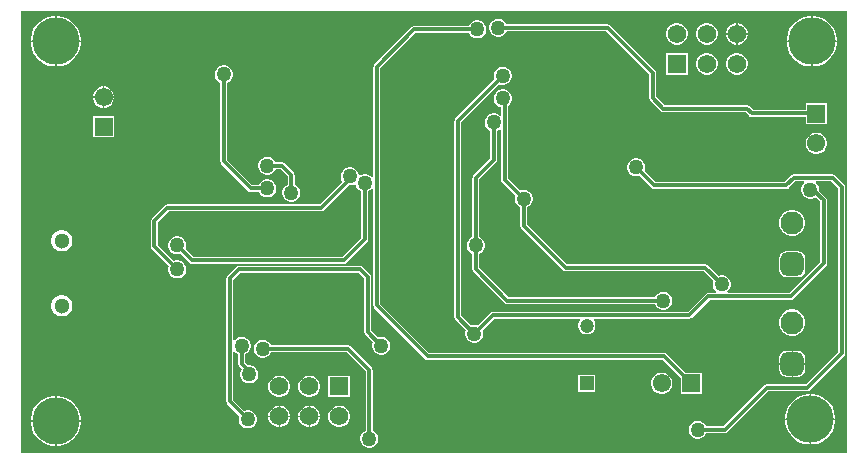
<source format=gbl>
G04*
G04 #@! TF.GenerationSoftware,Altium Limited,Altium Designer,23.10.1 (27)*
G04*
G04 Layer_Physical_Order=2*
G04 Layer_Color=16711680*
%FSLAX44Y44*%
%MOMM*%
G71*
G04*
G04 #@! TF.SameCoordinates,F5A69C73-B6B7-4C8D-B8A1-BB125D59BB46*
G04*
G04*
G04 #@! TF.FilePolarity,Positive*
G04*
G01*
G75*
%ADD32C,1.5700*%
%ADD33R,1.5700X1.5700*%
%ADD37R,1.5500X1.5500*%
%ADD38C,1.5500*%
%ADD39R,1.5500X1.5500*%
%ADD45C,0.3200*%
%ADD46C,1.3000*%
%ADD47C,1.9500*%
G04:AMPARAMS|DCode=48|XSize=1.95mm|YSize=1.95mm|CornerRadius=0.4875mm|HoleSize=0mm|Usage=FLASHONLY|Rotation=90.000|XOffset=0mm|YOffset=0mm|HoleType=Round|Shape=RoundedRectangle|*
%AMROUNDEDRECTD48*
21,1,1.9500,0.9750,0,0,90.0*
21,1,0.9750,1.9500,0,0,90.0*
1,1,0.9750,0.4875,0.4875*
1,1,0.9750,0.4875,-0.4875*
1,1,0.9750,-0.4875,-0.4875*
1,1,0.9750,-0.4875,0.4875*
%
%ADD48ROUNDEDRECTD48*%
%ADD49C,1.2000*%
%ADD50R,1.2000X1.2000*%
%ADD51C,4.0000*%
%ADD52C,0.5500*%
%ADD53C,1.2700*%
G36*
X955541Y256039D02*
X256039D01*
Y630421D01*
X955541D01*
Y256039D01*
D02*
G37*
%LPC*%
G36*
X863531Y619990D02*
X862965D01*
Y611505D01*
X871450D01*
Y612071D01*
X870828Y614390D01*
X869628Y616470D01*
X867930Y618168D01*
X865850Y619369D01*
X863531Y619990D01*
D02*
G37*
G36*
X861695D02*
X861129D01*
X858810Y619369D01*
X856730Y618168D01*
X855032Y616470D01*
X853831Y614390D01*
X853210Y612071D01*
Y611505D01*
X861695D01*
Y619990D01*
D02*
G37*
G36*
X643623Y622300D02*
X641617D01*
X639679Y621781D01*
X637941Y620778D01*
X636522Y619359D01*
X635519Y617621D01*
X635515Y617606D01*
X589280D01*
X588160Y617383D01*
X587211Y616749D01*
X555461Y584999D01*
X554827Y584050D01*
X554604Y582930D01*
Y489883D01*
X554156Y489608D01*
X553334Y489425D01*
X552115Y490644D01*
X550377Y491647D01*
X548439Y492166D01*
X546433D01*
X544495Y491647D01*
X543560Y491107D01*
X543289Y491132D01*
X542147Y491758D01*
X541771Y493161D01*
X540768Y494899D01*
X539349Y496317D01*
X537611Y497321D01*
X535673Y497840D01*
X533667D01*
X531729Y497321D01*
X529991Y496317D01*
X528573Y494899D01*
X527569Y493161D01*
X527050Y491223D01*
Y489217D01*
X527569Y487279D01*
X528507Y485655D01*
X509328Y466476D01*
X380277D01*
X379157Y466254D01*
X378208Y465619D01*
X367081Y454492D01*
X366446Y453543D01*
X366224Y452423D01*
Y430950D01*
X366446Y429830D01*
X367081Y428881D01*
X381527Y414435D01*
X381519Y414421D01*
X381000Y412483D01*
Y410477D01*
X381519Y408539D01*
X382523Y406801D01*
X383941Y405382D01*
X385679Y404379D01*
X387617Y403860D01*
X389623D01*
X391561Y404379D01*
X393299Y405382D01*
X394717Y406801D01*
X395721Y408539D01*
X396240Y410477D01*
Y412483D01*
X395721Y414421D01*
X394717Y416159D01*
X393299Y417578D01*
X391561Y418581D01*
X389623Y419100D01*
X387617D01*
X385679Y418581D01*
X385665Y418573D01*
X372076Y432162D01*
Y451211D01*
X381489Y460624D01*
X510540D01*
X511660Y460846D01*
X512609Y461481D01*
X533728Y482600D01*
X535673D01*
X537611Y483119D01*
X538546Y483659D01*
X538817Y483634D01*
X539959Y483008D01*
X540335Y481605D01*
X541338Y479867D01*
X542757Y478449D01*
X544495Y477445D01*
X544510Y477441D01*
Y438158D01*
X528378Y422026D01*
X402532D01*
X395713Y428845D01*
X395721Y428859D01*
X396240Y430797D01*
Y432803D01*
X395721Y434741D01*
X394717Y436479D01*
X393299Y437897D01*
X391561Y438901D01*
X389623Y439420D01*
X387617D01*
X385679Y438901D01*
X383941Y437897D01*
X382523Y436479D01*
X381519Y434741D01*
X381000Y432803D01*
Y430797D01*
X381519Y428859D01*
X382523Y427121D01*
X383941Y425703D01*
X385679Y424699D01*
X387617Y424180D01*
X389623D01*
X391561Y424699D01*
X391575Y424707D01*
X399251Y417031D01*
X400200Y416396D01*
X401320Y416174D01*
X529590D01*
X530710Y416396D01*
X531659Y417031D01*
X549505Y434877D01*
X550139Y435826D01*
X550362Y436946D01*
Y477441D01*
X550377Y477445D01*
X552115Y478449D01*
X553334Y479668D01*
X554156Y479485D01*
X554604Y479210D01*
Y381000D01*
X554827Y379880D01*
X555461Y378931D01*
X598641Y335751D01*
X599590Y335117D01*
X600710Y334894D01*
X799758D01*
X814810Y319842D01*
Y305940D01*
X832850D01*
Y323980D01*
X818948D01*
X803039Y339889D01*
X802090Y340523D01*
X800970Y340746D01*
X601922D01*
X560456Y382212D01*
Y581718D01*
X590492Y611754D01*
X635515D01*
X635519Y611739D01*
X636522Y610001D01*
X637941Y608582D01*
X639679Y607579D01*
X641617Y607060D01*
X643623D01*
X645561Y607579D01*
X647299Y608582D01*
X648717Y610001D01*
X649721Y611739D01*
X650240Y613677D01*
Y615683D01*
X649721Y617621D01*
X648717Y619359D01*
X647299Y620778D01*
X645561Y621781D01*
X643623Y622300D01*
D02*
G37*
G36*
X927925Y625790D02*
X926465D01*
Y605155D01*
X947100D01*
Y606615D01*
X946283Y610724D01*
X944679Y614595D01*
X942352Y618079D01*
X939389Y621041D01*
X935905Y623369D01*
X932034Y624973D01*
X927925Y625790D01*
D02*
G37*
G36*
X925195D02*
X923735D01*
X919626Y624973D01*
X915755Y623369D01*
X912271Y621041D01*
X909308Y618079D01*
X906981Y614595D01*
X905377Y610724D01*
X904560Y606615D01*
Y605155D01*
X925195D01*
Y625790D01*
D02*
G37*
G36*
X287845D02*
X286385D01*
Y605155D01*
X307020D01*
Y606615D01*
X306203Y610724D01*
X304599Y614595D01*
X302271Y618079D01*
X299309Y621041D01*
X295825Y623369D01*
X291954Y624973D01*
X287845Y625790D01*
D02*
G37*
G36*
X285115D02*
X283655D01*
X279546Y624973D01*
X275675Y623369D01*
X272191Y621041D01*
X269228Y618079D01*
X266901Y614595D01*
X265297Y610724D01*
X264480Y606615D01*
Y605155D01*
X285115D01*
Y625790D01*
D02*
G37*
G36*
X871450Y610235D02*
X862965D01*
Y601750D01*
X863531D01*
X865850Y602371D01*
X867930Y603572D01*
X869628Y605270D01*
X870828Y607350D01*
X871450Y609669D01*
Y610235D01*
D02*
G37*
G36*
X861695D02*
X853210D01*
Y609669D01*
X853831Y607350D01*
X855032Y605270D01*
X856730Y603572D01*
X858810Y602371D01*
X861129Y601750D01*
X861695D01*
Y610235D01*
D02*
G37*
G36*
X838131Y619990D02*
X835729D01*
X833410Y619369D01*
X831330Y618168D01*
X829632Y616470D01*
X828431Y614390D01*
X827810Y612071D01*
Y609669D01*
X828431Y607350D01*
X829632Y605270D01*
X831330Y603572D01*
X833410Y602371D01*
X835729Y601750D01*
X838131D01*
X840450Y602371D01*
X842530Y603572D01*
X844228Y605270D01*
X845428Y607350D01*
X846050Y609669D01*
Y612071D01*
X845428Y614390D01*
X844228Y616470D01*
X842530Y618168D01*
X840450Y619369D01*
X838131Y619990D01*
D02*
G37*
G36*
X812731D02*
X810329D01*
X808010Y619369D01*
X805930Y618168D01*
X804232Y616470D01*
X803031Y614390D01*
X802410Y612071D01*
Y609669D01*
X803031Y607350D01*
X804232Y605270D01*
X805930Y603572D01*
X808010Y602371D01*
X810329Y601750D01*
X812731D01*
X815050Y602371D01*
X817130Y603572D01*
X818828Y605270D01*
X820029Y607350D01*
X820650Y609669D01*
Y612071D01*
X820029Y614390D01*
X818828Y616470D01*
X817130Y618168D01*
X815050Y619369D01*
X812731Y619990D01*
D02*
G37*
G36*
X947100Y603885D02*
X926465D01*
Y583250D01*
X927925D01*
X932034Y584067D01*
X935905Y585671D01*
X939389Y587999D01*
X942352Y590961D01*
X944679Y594445D01*
X946283Y598316D01*
X947100Y602425D01*
Y603885D01*
D02*
G37*
G36*
X925195D02*
X904560D01*
Y602425D01*
X905377Y598316D01*
X906981Y594445D01*
X909308Y590961D01*
X912271Y587999D01*
X915755Y585671D01*
X919626Y584067D01*
X923735Y583250D01*
X925195D01*
Y603885D01*
D02*
G37*
G36*
X307020D02*
X286385D01*
Y583250D01*
X287845D01*
X291954Y584067D01*
X295825Y585671D01*
X299309Y587999D01*
X302271Y590961D01*
X304599Y594445D01*
X306203Y598316D01*
X307020Y602425D01*
Y603885D01*
D02*
G37*
G36*
X285115D02*
X264480D01*
Y602425D01*
X265297Y598316D01*
X266901Y594445D01*
X269228Y590961D01*
X272191Y587999D01*
X275675Y585671D01*
X279546Y584067D01*
X283655Y583250D01*
X285115D01*
Y603885D01*
D02*
G37*
G36*
X863531Y594590D02*
X861129D01*
X858810Y593969D01*
X856730Y592768D01*
X855032Y591070D01*
X853831Y588990D01*
X853210Y586671D01*
Y584269D01*
X853831Y581950D01*
X855032Y579870D01*
X856730Y578172D01*
X858810Y576972D01*
X861129Y576350D01*
X863531D01*
X865850Y576972D01*
X867930Y578172D01*
X869628Y579870D01*
X870828Y581950D01*
X871450Y584269D01*
Y586671D01*
X870828Y588990D01*
X869628Y591070D01*
X867930Y592768D01*
X865850Y593969D01*
X863531Y594590D01*
D02*
G37*
G36*
X838131D02*
X835729D01*
X833410Y593969D01*
X831330Y592768D01*
X829632Y591070D01*
X828431Y588990D01*
X827810Y586671D01*
Y584269D01*
X828431Y581950D01*
X829632Y579870D01*
X831330Y578172D01*
X833410Y576972D01*
X835729Y576350D01*
X838131D01*
X840450Y576972D01*
X842530Y578172D01*
X844228Y579870D01*
X845428Y581950D01*
X846050Y584269D01*
Y586671D01*
X845428Y588990D01*
X844228Y591070D01*
X842530Y592768D01*
X840450Y593969D01*
X838131Y594590D01*
D02*
G37*
G36*
X820650D02*
X802410D01*
Y576350D01*
X820650D01*
Y594590D01*
D02*
G37*
G36*
X665213Y582930D02*
X663207D01*
X661269Y582411D01*
X659531Y581408D01*
X658112Y579989D01*
X657109Y578251D01*
X656590Y576313D01*
Y574307D01*
X657109Y572369D01*
X657117Y572355D01*
X624041Y539279D01*
X623406Y538330D01*
X623184Y537210D01*
Y370840D01*
X623406Y369720D01*
X624041Y368771D01*
X632987Y359825D01*
X632979Y359811D01*
X632460Y357873D01*
Y355867D01*
X632979Y353929D01*
X633983Y352191D01*
X635401Y350773D01*
X637139Y349769D01*
X639077Y349250D01*
X641083D01*
X643021Y349769D01*
X644759Y350773D01*
X646178Y352191D01*
X647181Y353929D01*
X647700Y355867D01*
Y357873D01*
X647181Y359811D01*
X647173Y359825D01*
X657052Y369704D01*
X729196D01*
X729723Y368434D01*
X729513Y368224D01*
X728555Y366566D01*
X728060Y364717D01*
Y362803D01*
X728555Y360954D01*
X729513Y359296D01*
X730866Y357943D01*
X732524Y356985D01*
X734373Y356490D01*
X736287D01*
X738136Y356985D01*
X739794Y357943D01*
X741147Y359296D01*
X742105Y360954D01*
X742600Y362803D01*
Y364717D01*
X742105Y366566D01*
X741147Y368224D01*
X740938Y368434D01*
X741464Y369704D01*
X822210D01*
X823330Y369926D01*
X824279Y370561D01*
X839412Y385694D01*
X908050D01*
X909170Y385917D01*
X910119Y386551D01*
X938059Y414491D01*
X938693Y415440D01*
X938916Y416560D01*
Y469931D01*
X938693Y471050D01*
X938059Y472000D01*
X932180Y477879D01*
Y479793D01*
X931661Y481731D01*
X930658Y483469D01*
X929373Y484754D01*
X929457Y485321D01*
X929811Y486024D01*
X942398D01*
X948304Y480118D01*
Y341572D01*
X920808Y314076D01*
X887730D01*
X886610Y313853D01*
X885661Y313219D01*
X850958Y278516D01*
X836415D01*
X836411Y278531D01*
X835407Y280269D01*
X833989Y281688D01*
X832251Y282691D01*
X830313Y283210D01*
X828307D01*
X826369Y282691D01*
X824631Y281688D01*
X823213Y280269D01*
X822209Y278531D01*
X821690Y276593D01*
Y274587D01*
X822209Y272649D01*
X823213Y270911D01*
X824631Y269492D01*
X826369Y268489D01*
X828307Y267970D01*
X830313D01*
X832251Y268489D01*
X833989Y269492D01*
X835407Y270911D01*
X836411Y272649D01*
X836415Y272664D01*
X852170D01*
X853290Y272887D01*
X854239Y273521D01*
X888942Y308224D01*
X922020D01*
X923140Y308447D01*
X924089Y309081D01*
X953299Y338291D01*
X953933Y339240D01*
X954156Y340360D01*
Y481330D01*
X953933Y482450D01*
X953299Y483399D01*
X945679Y491019D01*
X944730Y491654D01*
X943610Y491876D01*
X910590D01*
X909470Y491654D01*
X908521Y491019D01*
X903028Y485526D01*
X793692D01*
X784333Y494885D01*
X784341Y494899D01*
X784860Y496837D01*
Y498843D01*
X784341Y500781D01*
X783337Y502519D01*
X781919Y503937D01*
X780181Y504941D01*
X778243Y505460D01*
X776237D01*
X774299Y504941D01*
X772561Y503937D01*
X771143Y502519D01*
X770139Y500781D01*
X769620Y498843D01*
Y496837D01*
X770139Y494899D01*
X771143Y493161D01*
X772561Y491743D01*
X774299Y490739D01*
X776237Y490220D01*
X778243D01*
X780181Y490739D01*
X780195Y490747D01*
X790411Y480531D01*
X791360Y479897D01*
X792480Y479674D01*
X904240D01*
X905360Y479897D01*
X906309Y480531D01*
X911802Y486024D01*
X919309D01*
X919663Y485321D01*
X919747Y484754D01*
X918463Y483469D01*
X917459Y481731D01*
X916940Y479793D01*
Y477787D01*
X917459Y475849D01*
X918463Y474111D01*
X919881Y472692D01*
X921619Y471689D01*
X923557Y471170D01*
X925563D01*
X927501Y471689D01*
X929144Y472638D01*
X933064Y468719D01*
Y417772D01*
X906838Y391546D01*
X854881D01*
X854527Y392249D01*
X854443Y392816D01*
X855727Y394101D01*
X856731Y395839D01*
X857250Y397777D01*
Y399783D01*
X856731Y401721D01*
X855727Y403459D01*
X854309Y404878D01*
X852571Y405881D01*
X850633Y406400D01*
X848627D01*
X846689Y405881D01*
X846675Y405873D01*
X837729Y414819D01*
X836780Y415453D01*
X835660Y415676D01*
X718762D01*
X684916Y449522D01*
Y464065D01*
X684931Y464069D01*
X686669Y465073D01*
X688087Y466491D01*
X689091Y468229D01*
X689610Y470167D01*
Y472173D01*
X689091Y474111D01*
X688087Y475849D01*
X686669Y477267D01*
X684931Y478271D01*
X682993Y478790D01*
X680987D01*
X679049Y478271D01*
X679035Y478263D01*
X668736Y488562D01*
Y550074D01*
X668889Y550163D01*
X670307Y551581D01*
X671311Y553319D01*
X671830Y555257D01*
Y557263D01*
X671311Y559201D01*
X670307Y560939D01*
X668889Y562357D01*
X667151Y563361D01*
X665213Y563880D01*
X663207D01*
X661269Y563361D01*
X659531Y562357D01*
X658112Y560939D01*
X657109Y559201D01*
X656590Y557263D01*
Y555257D01*
X657109Y553319D01*
X658112Y551581D01*
X659531Y550163D01*
X661269Y549159D01*
X662884Y548727D01*
Y542219D01*
X661614Y541693D01*
X661269Y542038D01*
X659531Y543041D01*
X657593Y543560D01*
X655587D01*
X653649Y543041D01*
X651911Y542038D01*
X650492Y540619D01*
X649489Y538881D01*
X648970Y536943D01*
Y534937D01*
X649489Y532999D01*
X650492Y531261D01*
X651911Y529842D01*
X653649Y528839D01*
X653664Y528835D01*
Y505402D01*
X639281Y491019D01*
X638647Y490070D01*
X638424Y488950D01*
Y438905D01*
X638409Y438901D01*
X636671Y437897D01*
X635252Y436479D01*
X634249Y434741D01*
X633730Y432803D01*
Y430797D01*
X634249Y428859D01*
X635252Y427121D01*
X636671Y425703D01*
X638409Y424699D01*
X638424Y424695D01*
Y411480D01*
X638647Y410360D01*
X639281Y409411D01*
X665951Y382741D01*
X666900Y382107D01*
X668020Y381884D01*
X792995D01*
X792999Y381869D01*
X794003Y380131D01*
X795421Y378713D01*
X797159Y377709D01*
X799097Y377190D01*
X801103D01*
X803041Y377709D01*
X804779Y378713D01*
X806198Y380131D01*
X807201Y381869D01*
X807720Y383807D01*
Y385813D01*
X807201Y387751D01*
X806198Y389489D01*
X804779Y390908D01*
X803041Y391911D01*
X801103Y392430D01*
X799097D01*
X797159Y391911D01*
X795421Y390908D01*
X794003Y389489D01*
X792999Y387751D01*
X792995Y387736D01*
X669232D01*
X644276Y412692D01*
Y424695D01*
X644291Y424699D01*
X646029Y425703D01*
X647448Y427121D01*
X648451Y428859D01*
X648970Y430797D01*
Y432803D01*
X648451Y434741D01*
X647448Y436479D01*
X646029Y437897D01*
X644291Y438901D01*
X644276Y438905D01*
Y487738D01*
X658659Y502121D01*
X659294Y503070D01*
X659516Y504190D01*
Y528835D01*
X659531Y528839D01*
X661269Y529842D01*
X661614Y530187D01*
X662884Y529661D01*
Y487350D01*
X663107Y486230D01*
X663741Y485281D01*
X674897Y474125D01*
X674889Y474111D01*
X674370Y472173D01*
Y470167D01*
X674889Y468229D01*
X675892Y466491D01*
X677311Y465073D01*
X679049Y464069D01*
X679064Y464065D01*
Y448310D01*
X679286Y447190D01*
X679921Y446241D01*
X715481Y410681D01*
X716430Y410047D01*
X717550Y409824D01*
X834448D01*
X842537Y401735D01*
X842529Y401721D01*
X842010Y399783D01*
Y397777D01*
X842529Y395839D01*
X843532Y394101D01*
X844817Y392816D01*
X844733Y392249D01*
X844379Y391546D01*
X838200D01*
X837080Y391324D01*
X836131Y390689D01*
X820998Y375556D01*
X655840D01*
X654720Y375334D01*
X653771Y374699D01*
X643035Y363963D01*
X643021Y363971D01*
X641083Y364490D01*
X639077D01*
X637139Y363971D01*
X637125Y363963D01*
X629036Y372052D01*
Y535998D01*
X661255Y568217D01*
X661269Y568209D01*
X663207Y567690D01*
X665213D01*
X667151Y568209D01*
X668889Y569212D01*
X670307Y570631D01*
X671311Y572369D01*
X671830Y574307D01*
Y576313D01*
X671311Y578251D01*
X670307Y579989D01*
X668889Y581408D01*
X667151Y582411D01*
X665213Y582930D01*
D02*
G37*
G36*
X327407Y566350D02*
X326855D01*
Y557965D01*
X335240D01*
Y558517D01*
X334625Y560812D01*
X333438Y562868D01*
X331758Y564548D01*
X329702Y565735D01*
X327407Y566350D01*
D02*
G37*
G36*
X325585D02*
X325033D01*
X322738Y565735D01*
X320682Y564548D01*
X319002Y562868D01*
X317815Y560812D01*
X317200Y558517D01*
Y557965D01*
X325585D01*
Y566350D01*
D02*
G37*
G36*
X335240Y556695D02*
X326855D01*
Y548310D01*
X327407D01*
X329702Y548925D01*
X331758Y550112D01*
X333438Y551792D01*
X334625Y553848D01*
X335240Y556143D01*
Y556695D01*
D02*
G37*
G36*
X325585D02*
X317200D01*
Y556143D01*
X317815Y553848D01*
X319002Y551792D01*
X320682Y550112D01*
X322738Y548925D01*
X325033Y548310D01*
X325585D01*
Y556695D01*
D02*
G37*
G36*
X661403Y623570D02*
X659397D01*
X657459Y623051D01*
X655721Y622048D01*
X654303Y620629D01*
X653299Y618891D01*
X652780Y616953D01*
Y614947D01*
X653299Y613009D01*
X654303Y611271D01*
X655721Y609852D01*
X657459Y608849D01*
X659397Y608330D01*
X661403D01*
X663341Y608849D01*
X665079Y609852D01*
X666497Y611271D01*
X667501Y613009D01*
X667505Y613024D01*
X751898D01*
X788284Y576638D01*
Y556260D01*
X788506Y555140D01*
X789141Y554191D01*
X798031Y545301D01*
X798980Y544666D01*
X800100Y544444D01*
X870008D01*
X872961Y541491D01*
X873910Y540857D01*
X875030Y540634D01*
X920620D01*
Y534140D01*
X938660D01*
Y552180D01*
X920620D01*
Y546486D01*
X876242D01*
X873289Y549439D01*
X872340Y550074D01*
X871220Y550296D01*
X801312D01*
X794136Y557472D01*
Y577850D01*
X793913Y578970D01*
X793279Y579919D01*
X755179Y618019D01*
X754230Y618653D01*
X753110Y618876D01*
X667505D01*
X667501Y618891D01*
X666497Y620629D01*
X665079Y622048D01*
X663341Y623051D01*
X661403Y623570D01*
D02*
G37*
G36*
X335240Y541350D02*
X317200D01*
Y523310D01*
X335240D01*
Y541350D01*
D02*
G37*
G36*
X930827Y527180D02*
X928453D01*
X926158Y526565D01*
X924102Y525378D01*
X922422Y523698D01*
X921235Y521642D01*
X920620Y519347D01*
Y516973D01*
X921235Y514678D01*
X922422Y512622D01*
X924102Y510942D01*
X926158Y509755D01*
X928453Y509140D01*
X930827D01*
X933122Y509755D01*
X935178Y510942D01*
X936858Y512622D01*
X938045Y514678D01*
X938660Y516973D01*
Y519347D01*
X938045Y521642D01*
X936858Y523698D01*
X935178Y525378D01*
X933122Y526565D01*
X930827Y527180D01*
D02*
G37*
G36*
X428993Y584200D02*
X426987D01*
X425049Y583681D01*
X423311Y582677D01*
X421893Y581259D01*
X420889Y579521D01*
X420370Y577583D01*
Y575577D01*
X420889Y573639D01*
X421893Y571901D01*
X423311Y570482D01*
X425049Y569479D01*
X425064Y569475D01*
Y502920D01*
X425286Y501800D01*
X425921Y500851D01*
X448781Y477991D01*
X449730Y477356D01*
X450850Y477134D01*
X457715D01*
X457719Y477119D01*
X458722Y475381D01*
X460141Y473963D01*
X461879Y472959D01*
X463817Y472440D01*
X465823D01*
X467761Y472959D01*
X469499Y473963D01*
X470918Y475381D01*
X471921Y477119D01*
X472440Y479057D01*
Y481063D01*
X471921Y483001D01*
X470918Y484739D01*
X469499Y486157D01*
X467761Y487161D01*
X465823Y487680D01*
X463817D01*
X461879Y487161D01*
X460141Y486157D01*
X458722Y484739D01*
X457719Y483001D01*
X457715Y482986D01*
X452062D01*
X430916Y504132D01*
Y569475D01*
X430931Y569479D01*
X432669Y570482D01*
X434087Y571901D01*
X435091Y573639D01*
X435610Y575577D01*
Y577583D01*
X435091Y579521D01*
X434087Y581259D01*
X432669Y582677D01*
X430931Y583681D01*
X428993Y584200D01*
D02*
G37*
G36*
X465823Y506730D02*
X463817D01*
X461879Y506211D01*
X460141Y505207D01*
X458722Y503789D01*
X457719Y502051D01*
X457200Y500113D01*
Y498107D01*
X457719Y496169D01*
X458722Y494431D01*
X460141Y493013D01*
X461879Y492009D01*
X463817Y491490D01*
X465823D01*
X467761Y492009D01*
X469499Y493013D01*
X470918Y494431D01*
X471921Y496169D01*
X471925Y496184D01*
X476308D01*
X482214Y490278D01*
Y483355D01*
X482199Y483351D01*
X480461Y482347D01*
X479043Y480929D01*
X478039Y479191D01*
X477520Y477253D01*
Y475247D01*
X478039Y473309D01*
X479043Y471571D01*
X480461Y470153D01*
X482199Y469149D01*
X484137Y468630D01*
X486143D01*
X488081Y469149D01*
X489819Y470153D01*
X491237Y471571D01*
X492241Y473309D01*
X492760Y475247D01*
Y477253D01*
X492241Y479191D01*
X491237Y480929D01*
X489819Y482347D01*
X488081Y483351D01*
X488066Y483355D01*
Y491490D01*
X487844Y492610D01*
X487209Y493559D01*
X479589Y501179D01*
X478640Y501814D01*
X477520Y502036D01*
X471925D01*
X471921Y502051D01*
X470918Y503789D01*
X469499Y505207D01*
X467761Y506211D01*
X465823Y506730D01*
D02*
G37*
G36*
X910771Y461870D02*
X907869D01*
X905066Y461119D01*
X902554Y459668D01*
X900502Y457616D01*
X899051Y455104D01*
X898300Y452301D01*
Y449399D01*
X899051Y446596D01*
X900502Y444084D01*
X902554Y442032D01*
X905066Y440581D01*
X907869Y439830D01*
X910771D01*
X913574Y440581D01*
X916086Y442032D01*
X918138Y444084D01*
X919589Y446596D01*
X920340Y449399D01*
Y452301D01*
X919589Y455104D01*
X918138Y457616D01*
X916086Y459668D01*
X913574Y461119D01*
X910771Y461870D01*
D02*
G37*
G36*
X292015Y444610D02*
X289645D01*
X287356Y443997D01*
X285304Y442812D01*
X283628Y441136D01*
X282443Y439084D01*
X281830Y436795D01*
Y434425D01*
X282443Y432136D01*
X283628Y430084D01*
X285304Y428408D01*
X287356Y427223D01*
X289645Y426610D01*
X292015D01*
X294304Y427223D01*
X296356Y428408D01*
X298032Y430084D01*
X299217Y432136D01*
X299830Y434425D01*
Y436795D01*
X299217Y439084D01*
X298032Y441136D01*
X296356Y442812D01*
X294304Y443997D01*
X292015Y444610D01*
D02*
G37*
G36*
X914195Y426990D02*
X904445D01*
X902047Y426513D01*
X900015Y425155D01*
X898656Y423123D01*
X898180Y420725D01*
Y410975D01*
X898656Y408577D01*
X900015Y406545D01*
X902047Y405187D01*
X904445Y404710D01*
X914195D01*
X916593Y405187D01*
X918625Y406545D01*
X919984Y408577D01*
X920460Y410975D01*
Y420725D01*
X919984Y423123D01*
X918625Y425155D01*
X916593Y426513D01*
X914195Y426990D01*
D02*
G37*
G36*
X292015Y389610D02*
X289645D01*
X287356Y388997D01*
X285304Y387812D01*
X283628Y386136D01*
X282443Y384084D01*
X281830Y381795D01*
Y379425D01*
X282443Y377136D01*
X283628Y375084D01*
X285304Y373408D01*
X287356Y372223D01*
X289645Y371610D01*
X292015D01*
X294304Y372223D01*
X296356Y373408D01*
X298032Y375084D01*
X299217Y377136D01*
X299830Y379425D01*
Y381795D01*
X299217Y384084D01*
X298032Y386136D01*
X296356Y387812D01*
X294304Y388997D01*
X292015Y389610D01*
D02*
G37*
G36*
X910771Y377490D02*
X907869D01*
X905066Y376739D01*
X902554Y375288D01*
X900502Y373236D01*
X899051Y370723D01*
X898300Y367921D01*
Y365019D01*
X899051Y362216D01*
X900502Y359703D01*
X902554Y357652D01*
X905066Y356201D01*
X907869Y355450D01*
X910771D01*
X913574Y356201D01*
X916086Y357652D01*
X918138Y359703D01*
X919589Y362216D01*
X920340Y365019D01*
Y367921D01*
X919589Y370723D01*
X918138Y373236D01*
X916086Y375288D01*
X913574Y376739D01*
X910771Y377490D01*
D02*
G37*
G36*
X543560Y414406D02*
X440690D01*
X439570Y414184D01*
X438621Y413549D01*
X431001Y405929D01*
X430367Y404980D01*
X430144Y403860D01*
Y299720D01*
X430367Y298600D01*
X431001Y297651D01*
X441217Y287435D01*
X441209Y287421D01*
X440690Y285483D01*
Y283477D01*
X441209Y281539D01*
X442212Y279801D01*
X443631Y278382D01*
X445369Y277379D01*
X447307Y276860D01*
X449313D01*
X451251Y277379D01*
X452989Y278382D01*
X454408Y279801D01*
X455411Y281539D01*
X455930Y283477D01*
Y285483D01*
X455411Y287421D01*
X454408Y289159D01*
X452989Y290578D01*
X451251Y291581D01*
X449313Y292100D01*
X447307D01*
X445369Y291581D01*
X445355Y291573D01*
X435996Y300932D01*
Y341459D01*
X436699Y341813D01*
X437266Y341897D01*
X438551Y340612D01*
X440289Y339609D01*
X440304Y339605D01*
Y331501D01*
X440527Y330381D01*
X441161Y329431D01*
X443428Y327164D01*
X442479Y325521D01*
X441960Y323583D01*
Y321577D01*
X442479Y319639D01*
X443483Y317901D01*
X444901Y316483D01*
X446639Y315479D01*
X448577Y314960D01*
X450583D01*
X452521Y315479D01*
X454259Y316483D01*
X455677Y317901D01*
X456681Y319639D01*
X457200Y321577D01*
Y323583D01*
X456681Y325521D01*
X455677Y327259D01*
X454259Y328677D01*
X452521Y329681D01*
X450583Y330200D01*
X448669D01*
X446156Y332713D01*
Y339605D01*
X446171Y339609D01*
X447909Y340612D01*
X449328Y342031D01*
X450331Y343769D01*
X450850Y345707D01*
Y347713D01*
X450331Y349651D01*
X449328Y351389D01*
X447909Y352808D01*
X446171Y353811D01*
X444233Y354330D01*
X442227D01*
X440289Y353811D01*
X438551Y352808D01*
X437266Y351523D01*
X436699Y351607D01*
X435996Y351961D01*
Y402648D01*
X441902Y408554D01*
X542348D01*
X546984Y403918D01*
Y358140D01*
X547206Y357020D01*
X547841Y356071D01*
X554247Y349665D01*
X554239Y349651D01*
X553720Y347713D01*
Y345707D01*
X554239Y343769D01*
X555243Y342031D01*
X556661Y340612D01*
X558399Y339609D01*
X560337Y339090D01*
X562343D01*
X564281Y339609D01*
X566019Y340612D01*
X567438Y342031D01*
X568441Y343769D01*
X568960Y345707D01*
Y347713D01*
X568441Y349651D01*
X567438Y351389D01*
X566019Y352808D01*
X564281Y353811D01*
X562343Y354330D01*
X560337D01*
X558399Y353811D01*
X558385Y353803D01*
X552836Y359352D01*
Y405130D01*
X552613Y406250D01*
X551979Y407199D01*
X545629Y413549D01*
X544680Y414184D01*
X543560Y414406D01*
D02*
G37*
G36*
X914195Y342610D02*
X909955D01*
Y332105D01*
X920460D01*
Y336345D01*
X919984Y338743D01*
X918625Y340775D01*
X916593Y342133D01*
X914195Y342610D01*
D02*
G37*
G36*
X908685D02*
X904445D01*
X902047Y342133D01*
X900015Y340775D01*
X898656Y338743D01*
X898180Y336345D01*
Y332105D01*
X908685D01*
Y342610D01*
D02*
G37*
G36*
X920460Y330835D02*
X909955D01*
Y320330D01*
X914195D01*
X916593Y320807D01*
X918625Y322165D01*
X919984Y324197D01*
X920460Y326595D01*
Y330835D01*
D02*
G37*
G36*
X908685D02*
X898180D01*
Y326595D01*
X898656Y324197D01*
X900015Y322165D01*
X902047Y320807D01*
X904445Y320330D01*
X908685D01*
Y330835D01*
D02*
G37*
G36*
X742600Y322230D02*
X728060D01*
Y307690D01*
X742600D01*
Y322230D01*
D02*
G37*
G36*
X800017Y323980D02*
X797643D01*
X795348Y323365D01*
X793292Y322178D01*
X791612Y320498D01*
X790425Y318442D01*
X789810Y316147D01*
Y313773D01*
X790425Y311478D01*
X791612Y309422D01*
X793292Y307742D01*
X795348Y306555D01*
X797643Y305940D01*
X800017D01*
X802312Y306555D01*
X804368Y307742D01*
X806048Y309422D01*
X807235Y311478D01*
X807850Y313773D01*
Y316147D01*
X807235Y318442D01*
X806048Y320498D01*
X804368Y322178D01*
X802312Y323365D01*
X800017Y323980D01*
D02*
G37*
G36*
X534900Y321540D02*
X516660D01*
Y303300D01*
X534900D01*
Y321540D01*
D02*
G37*
G36*
X501581D02*
X499179D01*
X496860Y320919D01*
X494780Y319718D01*
X493082Y318020D01*
X491881Y315940D01*
X491260Y313621D01*
Y311219D01*
X491881Y308900D01*
X493082Y306820D01*
X494780Y305122D01*
X496860Y303922D01*
X499179Y303300D01*
X501581D01*
X503900Y303922D01*
X505980Y305122D01*
X507678Y306820D01*
X508879Y308900D01*
X509500Y311219D01*
Y313621D01*
X508879Y315940D01*
X507678Y318020D01*
X505980Y319718D01*
X503900Y320919D01*
X501581Y321540D01*
D02*
G37*
G36*
X476181D02*
X473779D01*
X471460Y320919D01*
X469380Y319718D01*
X467682Y318020D01*
X466482Y315940D01*
X465860Y313621D01*
Y311219D01*
X466482Y308900D01*
X467682Y306820D01*
X469380Y305122D01*
X471460Y303922D01*
X473779Y303300D01*
X476181D01*
X478500Y303922D01*
X480580Y305122D01*
X482278Y306820D01*
X483479Y308900D01*
X484100Y311219D01*
Y313621D01*
X483479Y315940D01*
X482278Y318020D01*
X480580Y319718D01*
X478500Y320919D01*
X476181Y321540D01*
D02*
G37*
G36*
X501581Y296140D02*
X501015D01*
Y287655D01*
X509500D01*
Y288221D01*
X508879Y290540D01*
X507678Y292620D01*
X505980Y294318D01*
X503900Y295518D01*
X501581Y296140D01*
D02*
G37*
G36*
X476181D02*
X475615D01*
Y287655D01*
X484100D01*
Y288221D01*
X483479Y290540D01*
X482278Y292620D01*
X480580Y294318D01*
X478500Y295518D01*
X476181Y296140D01*
D02*
G37*
G36*
X499745D02*
X499179D01*
X496860Y295518D01*
X494780Y294318D01*
X493082Y292620D01*
X491881Y290540D01*
X491260Y288221D01*
Y287655D01*
X499745D01*
Y296140D01*
D02*
G37*
G36*
X474345D02*
X473779D01*
X471460Y295518D01*
X469380Y294318D01*
X467682Y292620D01*
X466482Y290540D01*
X465860Y288221D01*
Y287655D01*
X474345D01*
Y296140D01*
D02*
G37*
G36*
X926655Y305750D02*
X925195D01*
Y285115D01*
X945830D01*
Y286575D01*
X945013Y290684D01*
X943409Y294555D01*
X941081Y298039D01*
X938119Y301001D01*
X934635Y303329D01*
X930764Y304933D01*
X926655Y305750D01*
D02*
G37*
G36*
X923925D02*
X922465D01*
X918356Y304933D01*
X914485Y303329D01*
X911001Y301001D01*
X908038Y298039D01*
X905711Y294555D01*
X904107Y290684D01*
X903290Y286575D01*
Y285115D01*
X923925D01*
Y305750D01*
D02*
G37*
G36*
X287845Y304480D02*
X286385D01*
Y283845D01*
X307020D01*
Y285305D01*
X306203Y289414D01*
X304599Y293285D01*
X302271Y296769D01*
X299309Y299732D01*
X295825Y302059D01*
X291954Y303663D01*
X287845Y304480D01*
D02*
G37*
G36*
X285115D02*
X283655D01*
X279546Y303663D01*
X275675Y302059D01*
X272191Y299732D01*
X269228Y296769D01*
X266901Y293285D01*
X265297Y289414D01*
X264480Y285305D01*
Y283845D01*
X285115D01*
Y304480D01*
D02*
G37*
G36*
X526981Y296140D02*
X524579D01*
X522260Y295518D01*
X520180Y294318D01*
X518482Y292620D01*
X517281Y290540D01*
X516660Y288221D01*
Y285819D01*
X517281Y283500D01*
X518482Y281420D01*
X520180Y279722D01*
X522260Y278521D01*
X524579Y277900D01*
X526981D01*
X529300Y278521D01*
X531380Y279722D01*
X533078Y281420D01*
X534278Y283500D01*
X534900Y285819D01*
Y288221D01*
X534278Y290540D01*
X533078Y292620D01*
X531380Y294318D01*
X529300Y295518D01*
X526981Y296140D01*
D02*
G37*
G36*
X509500Y286385D02*
X501015D01*
Y277900D01*
X501581D01*
X503900Y278521D01*
X505980Y279722D01*
X507678Y281420D01*
X508879Y283500D01*
X509500Y285819D01*
Y286385D01*
D02*
G37*
G36*
X499745D02*
X491260D01*
Y285819D01*
X491881Y283500D01*
X493082Y281420D01*
X494780Y279722D01*
X496860Y278521D01*
X499179Y277900D01*
X499745D01*
Y286385D01*
D02*
G37*
G36*
X484100D02*
X475615D01*
Y277900D01*
X476181D01*
X478500Y278521D01*
X480580Y279722D01*
X482278Y281420D01*
X483479Y283500D01*
X484100Y285819D01*
Y286385D01*
D02*
G37*
G36*
X474345D02*
X465860D01*
Y285819D01*
X466482Y283500D01*
X467682Y281420D01*
X469380Y279722D01*
X471460Y278521D01*
X473779Y277900D01*
X474345D01*
Y286385D01*
D02*
G37*
G36*
X945830Y283845D02*
X925195D01*
Y263210D01*
X926655D01*
X930764Y264027D01*
X934635Y265631D01*
X938119Y267959D01*
X941081Y270921D01*
X943409Y274405D01*
X945013Y278276D01*
X945830Y282385D01*
Y283845D01*
D02*
G37*
G36*
X923925D02*
X903290D01*
Y282385D01*
X904107Y278276D01*
X905711Y274405D01*
X908038Y270921D01*
X911001Y267959D01*
X914485Y265631D01*
X918356Y264027D01*
X922465Y263210D01*
X923925D01*
Y283845D01*
D02*
G37*
G36*
X307020Y282575D02*
X286385D01*
Y261940D01*
X287845D01*
X291954Y262757D01*
X295825Y264361D01*
X299309Y266688D01*
X302271Y269651D01*
X304599Y273135D01*
X306203Y277006D01*
X307020Y281115D01*
Y282575D01*
D02*
G37*
G36*
X285115D02*
X264480D01*
Y281115D01*
X265297Y277006D01*
X266901Y273135D01*
X269228Y269651D01*
X272191Y266688D01*
X275675Y264361D01*
X279546Y262757D01*
X283655Y261940D01*
X285115D01*
Y282575D01*
D02*
G37*
G36*
X462013Y351790D02*
X460007D01*
X458069Y351271D01*
X456331Y350267D01*
X454912Y348849D01*
X453909Y347111D01*
X453390Y345173D01*
Y343167D01*
X453909Y341229D01*
X454912Y339491D01*
X456331Y338073D01*
X458069Y337069D01*
X460007Y336550D01*
X462013D01*
X463951Y337069D01*
X465689Y338073D01*
X467108Y339491D01*
X468111Y341229D01*
X468115Y341244D01*
X532188D01*
X548254Y325178D01*
Y275075D01*
X548239Y275071D01*
X546501Y274067D01*
X545083Y272649D01*
X544079Y270911D01*
X543560Y268973D01*
Y266967D01*
X544079Y265029D01*
X545083Y263291D01*
X546501Y261873D01*
X548239Y260869D01*
X550177Y260350D01*
X552183D01*
X554121Y260869D01*
X555859Y261873D01*
X557277Y263291D01*
X558281Y265029D01*
X558800Y266967D01*
Y268973D01*
X558281Y270911D01*
X557277Y272649D01*
X555859Y274067D01*
X554121Y275071D01*
X554106Y275075D01*
Y326390D01*
X553884Y327510D01*
X553249Y328459D01*
X535469Y346239D01*
X534520Y346874D01*
X533400Y347096D01*
X468115D01*
X468111Y347111D01*
X467108Y348849D01*
X465689Y350267D01*
X463951Y351271D01*
X462013Y351790D01*
D02*
G37*
%LPD*%
D32*
X862330Y610870D02*
D03*
X836930D02*
D03*
X811530D02*
D03*
X862330Y585470D02*
D03*
X836930D02*
D03*
X474980Y287020D02*
D03*
X500380D02*
D03*
X525780D02*
D03*
X474980Y312420D02*
D03*
X500380D02*
D03*
D33*
X811530Y585470D02*
D03*
X525780Y312420D02*
D03*
D37*
X929640Y543160D02*
D03*
X326220Y532330D02*
D03*
D38*
X929640Y518160D02*
D03*
X798830Y314960D02*
D03*
X326220Y557330D02*
D03*
D39*
X823830Y314960D02*
D03*
D45*
X875030Y543560D02*
X929240D01*
X929640Y543160D01*
X871220Y547370D02*
X875030Y543560D01*
X800100Y547370D02*
X871220D01*
X791210Y556260D02*
X800100Y547370D01*
X791210Y556260D02*
Y577850D01*
X660400Y615950D02*
X753110D01*
X791210Y577850D01*
X904240Y482600D02*
X910590Y488950D01*
X943610D02*
X951230Y481330D01*
X910590Y488950D02*
X943610D01*
X927131Y478790D02*
X935990Y469931D01*
X924560Y478790D02*
X927131D01*
X800970Y337820D02*
X823830Y314960D01*
X600710Y337820D02*
X800970D01*
X449580Y322580D02*
Y325151D01*
X443230Y331501D02*
Y346710D01*
Y331501D02*
X449580Y325151D01*
X450850Y480060D02*
X464820D01*
X427990Y502920D02*
X450850Y480060D01*
X485140Y476250D02*
Y491490D01*
X464820Y499110D02*
X477520D01*
X485140Y491490D01*
X510540Y463550D02*
X534670Y487680D01*
X380277Y463550D02*
X510540D01*
X369150Y452423D02*
X380277Y463550D01*
X401320Y419100D02*
X529590D01*
X547436Y436946D02*
Y484546D01*
X529590Y419100D02*
X547436Y436946D01*
X388620Y431800D02*
X401320Y419100D01*
X433070Y403860D02*
X440690Y411480D01*
X543560D01*
X549910Y405130D01*
X557530Y582930D02*
X589280Y614680D01*
X557530Y381000D02*
Y582930D01*
Y381000D02*
X600710Y337820D01*
X534670Y487680D02*
Y490220D01*
X427990Y502920D02*
Y576580D01*
X461010Y344170D02*
X533400D01*
X551180Y326390D01*
Y267970D02*
Y326390D01*
X549910Y358140D02*
X561340Y346710D01*
X549910Y358140D02*
Y405130D01*
X433070Y299720D02*
Y403860D01*
Y299720D02*
X448310Y284480D01*
X792480Y482600D02*
X904240D01*
X777240Y497840D02*
X792480Y482600D01*
X951230Y340360D02*
Y481330D01*
X935990Y416560D02*
Y469931D01*
X829310Y275590D02*
X852170D01*
X887730Y311150D01*
X922020D01*
X951230Y340360D01*
X589280Y614680D02*
X642620D01*
X626110Y370840D02*
Y537210D01*
Y370840D02*
X640080Y356870D01*
X626110Y537210D02*
X664210Y575310D01*
X838200Y388620D02*
X908050D01*
X935990Y416560D01*
X717550Y412750D02*
X835660D01*
X849630Y398780D01*
X681990Y448310D02*
X717550Y412750D01*
X369150Y430950D02*
X388620Y411480D01*
X369150Y430950D02*
Y452423D01*
X822210Y372630D02*
X838200Y388620D01*
X655840Y372630D02*
X822210D01*
X640080Y356870D02*
X655840Y372630D01*
X668020Y384810D02*
X800100D01*
X641350Y411480D02*
X668020Y384810D01*
X641350Y411480D02*
Y431800D01*
X681990Y448310D02*
Y471170D01*
X665810Y487350D02*
Y554660D01*
X664210Y556260D02*
X665810Y554660D01*
Y487350D02*
X681990Y471170D01*
X641350Y488950D02*
X656590Y504190D01*
Y535940D01*
X641350Y431800D02*
Y488950D01*
D46*
X290830Y435610D02*
D03*
Y380610D02*
D03*
D47*
X909320Y450850D02*
D03*
Y366470D02*
D03*
D48*
Y415850D02*
D03*
Y331470D02*
D03*
D49*
X735330Y363760D02*
D03*
D50*
Y314960D02*
D03*
D51*
X285750Y283210D02*
D03*
Y604520D02*
D03*
X924560Y284480D02*
D03*
X925830Y604520D02*
D03*
D52*
X940001Y500000D02*
D03*
Y380000D02*
D03*
X930001Y560000D02*
D03*
Y360000D02*
D03*
X900001Y620000D02*
D03*
Y580000D02*
D03*
X910001Y560000D02*
D03*
Y520000D02*
D03*
X900001Y300000D02*
D03*
X890001Y560000D02*
D03*
Y520000D02*
D03*
X880001Y500000D02*
D03*
Y460000D02*
D03*
X890001Y440000D02*
D03*
X880001Y420000D02*
D03*
Y340000D02*
D03*
X890001Y280000D02*
D03*
X870001Y560000D02*
D03*
Y520000D02*
D03*
X860001Y500000D02*
D03*
X870001Y440000D02*
D03*
X850001Y560000D02*
D03*
Y360000D02*
D03*
X840001Y340000D02*
D03*
X850001Y320000D02*
D03*
X840001Y300000D02*
D03*
X830000Y440000D02*
D03*
Y400000D02*
D03*
Y360000D02*
D03*
X820000Y340000D02*
D03*
X810000Y360000D02*
D03*
X790000Y600000D02*
D03*
Y440000D02*
D03*
Y400000D02*
D03*
Y360000D02*
D03*
X780000Y300000D02*
D03*
X790000Y280000D02*
D03*
X770000Y400000D02*
D03*
Y360000D02*
D03*
Y320000D02*
D03*
X760000Y300000D02*
D03*
X770000Y280000D02*
D03*
X750000D02*
D03*
X730000Y560000D02*
D03*
X720000Y540000D02*
D03*
X730000Y400000D02*
D03*
Y280000D02*
D03*
X710000Y560000D02*
D03*
Y400000D02*
D03*
Y360000D02*
D03*
Y320000D02*
D03*
X670000Y440000D02*
D03*
Y320000D02*
D03*
X650000D02*
D03*
X630000Y600000D02*
D03*
Y320000D02*
D03*
X610000D02*
D03*
X590000Y600000D02*
D03*
X580000Y580000D02*
D03*
X590000Y320000D02*
D03*
X560000Y620000D02*
D03*
X540000D02*
D03*
X550000Y600000D02*
D03*
X520000Y620000D02*
D03*
X530000Y600000D02*
D03*
Y400000D02*
D03*
X500000Y620000D02*
D03*
X510000Y600000D02*
D03*
X500000Y500000D02*
D03*
X510000Y400000D02*
D03*
X480000Y620000D02*
D03*
X490000Y600000D02*
D03*
Y400000D02*
D03*
X460000Y620000D02*
D03*
X470000Y600000D02*
D03*
X440000Y620000D02*
D03*
X450000Y600000D02*
D03*
X420000Y620000D02*
D03*
X430000Y600000D02*
D03*
X420000Y340000D02*
D03*
X400000Y620000D02*
D03*
X410000Y600000D02*
D03*
X400000Y580000D02*
D03*
Y500000D02*
D03*
X380000Y620000D02*
D03*
X390000Y600000D02*
D03*
X380000Y580000D02*
D03*
X390000Y520000D02*
D03*
X380000Y500000D02*
D03*
X390000Y480000D02*
D03*
X380000Y340000D02*
D03*
X360000Y620000D02*
D03*
X370000Y600000D02*
D03*
X360000Y580000D02*
D03*
X370000Y560000D02*
D03*
Y520000D02*
D03*
X360000Y500000D02*
D03*
X370000Y480000D02*
D03*
X360000Y460000D02*
D03*
X370000Y360000D02*
D03*
X360000Y340000D02*
D03*
X370000Y320000D02*
D03*
X340000Y620000D02*
D03*
X350000Y600000D02*
D03*
X340000Y580000D02*
D03*
X350000Y560000D02*
D03*
Y520000D02*
D03*
X340000Y500000D02*
D03*
X350000Y480000D02*
D03*
X340000Y460000D02*
D03*
X350000Y440000D02*
D03*
Y360000D02*
D03*
X340000Y340000D02*
D03*
X350000Y320000D02*
D03*
X340000Y300000D02*
D03*
X320000Y620000D02*
D03*
X330000Y600000D02*
D03*
X320000Y580000D02*
D03*
X330000Y440000D02*
D03*
X320000Y420000D02*
D03*
X330000Y400000D02*
D03*
X320000Y380000D02*
D03*
Y300000D02*
D03*
X330000Y280000D02*
D03*
X300000Y540000D02*
D03*
X310000Y520000D02*
D03*
Y440000D02*
D03*
X300000Y420000D02*
D03*
X310000Y400000D02*
D03*
X290000Y560000D02*
D03*
X280000Y540000D02*
D03*
X290000Y520000D02*
D03*
X280000Y420000D02*
D03*
X290000Y400000D02*
D03*
X270000Y560000D02*
D03*
Y520000D02*
D03*
Y440000D02*
D03*
Y400000D02*
D03*
D53*
X660400Y615950D02*
D03*
X924560Y478790D02*
D03*
X464820Y480060D02*
D03*
X485140Y476250D02*
D03*
X547436Y484546D02*
D03*
X534670Y490220D02*
D03*
X464820Y499110D02*
D03*
X461010Y344170D02*
D03*
X443230Y346710D02*
D03*
X449580Y322580D02*
D03*
X551180Y267970D02*
D03*
X561340Y346710D02*
D03*
X448310Y284480D02*
D03*
X829310Y275590D02*
D03*
X777240Y497840D02*
D03*
X642620Y614680D02*
D03*
X640080Y356870D02*
D03*
X681990Y471170D02*
D03*
X641350Y431800D02*
D03*
X849630Y398780D02*
D03*
X664210Y556260D02*
D03*
X800100Y384810D02*
D03*
X656590Y535940D02*
D03*
X664210Y575310D02*
D03*
X427990Y576580D02*
D03*
X388620Y431800D02*
D03*
Y411480D02*
D03*
M02*

</source>
